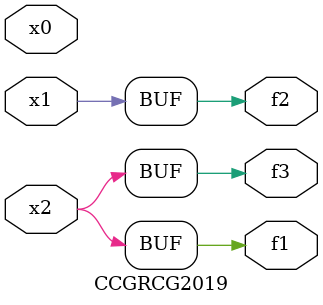
<source format=v>
module CCGRCG2019(
	input x0, x1, x2,
	output f1, f2, f3
);
	assign f1 = x2;
	assign f2 = x1;
	assign f3 = x2;
endmodule

</source>
